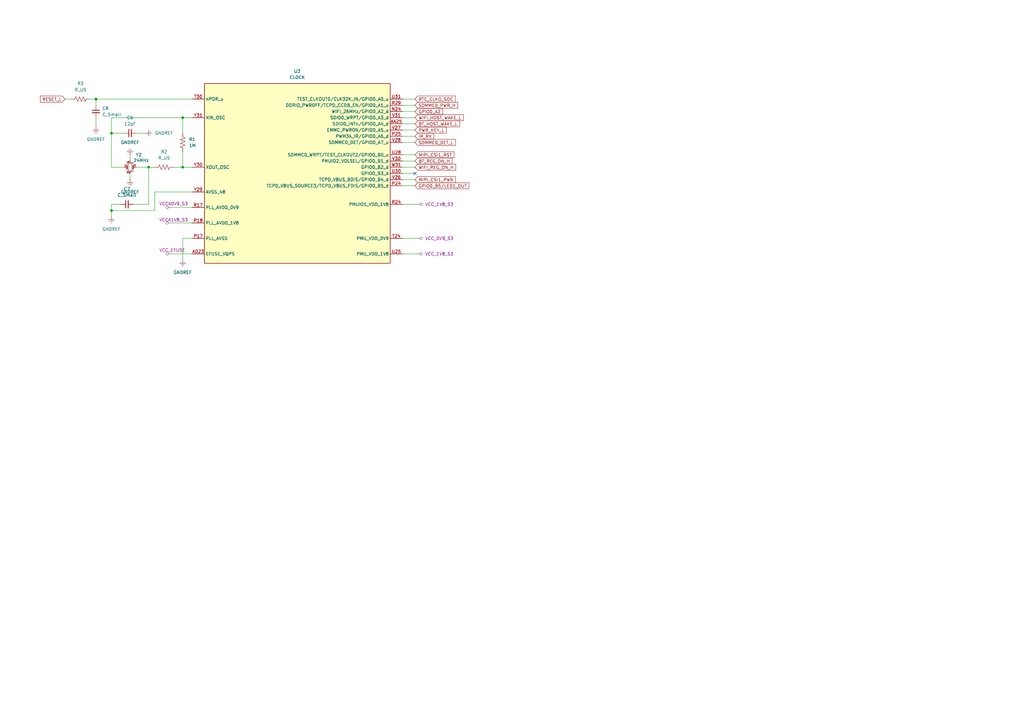
<source format=kicad_sch>
(kicad_sch (version 20231120) (generator "eeschema") (generator_version "8.0")
  (paper "A3")
  (lib_symbols
    (symbol "Device:C_Small" (pin_numbers hide) (pin_names (offset 0.254) hide)
      (property "Reference" "C" (at 0.254 1.778 0))
      (property "Value" "C_Small" (at 0.254 -2.032 0))
      (symbol "C_Small_0_1"
        (polyline (pts (xy -1.524 -0.508) (xy 1.524 -0.508)) (stroke (width 0.3302)))
        (polyline (pts (xy -1.524 0.508) (xy 1.524 0.508)) (stroke (width 0.3048)))
      )
      (symbol "C_Small_1_1"
        (pin passive line (at 0 2.54 270) (length 2.032) (name "~") (number "1"))
        (pin passive line (at 0 -2.54 90) (length 2.032) (name "~") (number "2"))
      )
    )
    (symbol "Device:Crystal_GND24_Small" (pin_names (offset 1.016) hide)
      (property "Reference" "Y" (at 1.27 4.445 0))
      (property "Value" "Crystal_GND24_Small" (at 1.27 2.54 0))
      (symbol "Crystal_GND24_Small_0_1"
        (rectangle (start -0.762 -1.524) (end 0.762 1.524))
        (polyline (pts (xy -1.27 -0.762) (xy -1.27 0.762)) (stroke (width 0.381)))
        (polyline (pts (xy 1.27 -0.762) (xy 1.27 0.762)) (stroke (width 0.381)))
        (polyline (pts (xy -1.27 -1.27) (xy -1.27 -1.905) (xy 1.27 -1.905) (xy 1.27 -1.27)))
        (polyline (pts (xy -1.27 1.27) (xy -1.27 1.905) (xy 1.27 1.905) (xy 1.27 1.27)))
      )
      (symbol "Crystal_GND24_Small_1_1"
        (pin passive line (at -2.54 0 0) (length 1.27) (name "1") (number "1"))
        (pin passive line (at 0 -2.54 90) (length 0.635) (name "2") (number "2"))
        (pin passive line (at 2.54 0 180) (length 1.27) (name "3") (number "3"))
        (pin passive line (at 0 2.54 270) (length 0.635) (name "4") (number "4"))
      )
    )
    (symbol "Device:R_US" (pin_numbers hide) (pin_names (offset 0))
      (property "Reference" "R" (at 2.54 0 90))
      (property "Value" "R_US" (at -2.54 0 90))
      (symbol "R_US_0_1"
        (polyline (pts (xy 0 -2.286) (xy 0 -2.54)))
        (polyline (pts (xy 0 2.286) (xy 0 2.54)))
        (polyline (pts (xy 0 -0.762) (xy 1.016 -1.143) (xy 0 -1.524) (xy -1.016 -1.905) (xy 0 -2.286)))
        (polyline (pts (xy 0 0.762) (xy 1.016 0.381) (xy 0 0) (xy -1.016 -0.381) (xy 0 -0.762)))
        (polyline (pts (xy 0 2.286) (xy 1.016 1.905) (xy 0 1.524) (xy -1.016 1.143) (xy 0 0.762)))
      )
      (symbol "R_US_1_1"
        (pin passive line (at 0 3.81 270) (length 1.27) (name "~") (number "1"))
        (pin passive line (at 0 -3.81 90) (length 1.27) (name "~") (number "2"))
      )
    )
    (symbol "power:GNDREF" (power) (pin_numbers hide) (pin_names (offset 0) hide)
      (property "Value" "GNDREF" (at 0 -3.81 0))
      (symbol "GNDREF_0_1"
        (polyline (pts (xy -0.635 -1.905) (xy 0.635 -1.905)))
        (polyline (pts (xy -0.127 -2.54) (xy 0.127 -2.54)))
        (polyline (pts (xy 0 -1.27) (xy 0 0)))
        (polyline (pts (xy 1.27 -1.27) (xy -1.27 -1.27)))
      )
      (symbol "GNDREF_1_1"
        (pin power_in line (at 0 0 270) (length 0) (name "~") (number "1"))
      )
    )
    (symbol "rock:RK3399_clock"
      (property "Reference" "U" (at -37.592 38.608 0))
      (property "Value" "CLOCK" (at -3.048 34.544 0))
      (symbol "RK3399_clock_0_1"
        (rectangle (start -38.1 36.83) (end 38.1 -36.83) (stroke (width 0.254)) (fill (type background)))
      )
      (symbol "RK3399_clock_1_1"
        (pin input line (at 43.18 20.32 180) (length 5.08) (name "SDIO0_INTn/GPIO0_A4_d") (number "AA25"))
        (pin input line (at -43.18 -33.02 0) (length 5.08) (name "EFUSE_VQPS") (number "AD23"))
        (pin output line (at 43.18 25.4 180) (length 5.08) (name "WIFI_26MHz/GPIO0_A2_d") (number "N24"))
        (pin passive line (at -43.18 -26.67 0) (length 5.08) (name "PLL_AVSS") (number "P17"))
        (pin input line (at -43.18 -20.32 0) (length 5.08) (name "PLL_AVDD_1V8") (number "P18"))
        (pin bidirectional line (at 43.18 -5.08 180) (length 5.08) (name "TCPD_VBUS_SOURCE3/TCPD_VBUS_FDIS/GPIO0_B5_d") (number "P24"))
        (pin output line (at 43.18 15.24 180) (length 5.08) (name "PWM3A_IR/GPIO0_A6_d") (number "P25"))
        (pin input line (at -43.18 -13.97 0) (length 5.08) (name "PLL_AVDD_0V9") (number "R17"))
        (pin input line (at 43.18 -12.7 180) (length 5.08) (name "PMUIO1_VDD_1V8") (number "R24"))
        (pin bidirectional line (at 43.18 27.94 180) (length 5.08) (name "DDRIO_PWROFF/TCPD_CCDB_EN/GPIO0_A1_u") (number "R29"))
        (pin input line (at 43.18 -26.67 180) (length 5.08) (name "PMU_VDD_0V9") (number "T24"))
        (pin input line (at -43.18 30.48 0) (length 5.08) (name "nPOR_u") (number "T30"))
        (pin input line (at 43.18 -33.02 180) (length 5.08) (name "PMU_VDD_1V8") (number "U25"))
        (pin bidirectional line (at 43.18 7.62 180) (length 5.08) (name "SDMMC0_WRPT/TEST_CLKOUT2/GPIO0_B0_u") (number "U28"))
        (pin bidirectional line (at 43.18 0 180) (length 5.08) (name "GPIO0_B3_d") (number "U30"))
        (pin output line (at 43.18 30.48 180) (length 5.08) (name "TEST_CLKOUT0/CLK32K_IN/GPIO0_A0_u") (number "U31"))
        (pin bidirectional line (at 43.18 -2.54 180) (length 5.08) (name "TCPD_VBUS_BDIS/GPIO0_B4_d") (number "V26"))
        (pin bidirectional line (at 43.18 17.78 180) (length 5.08) (name "EMMC_PWRON/GPIO0_A5_u") (number "V27"))
        (pin input line (at 43.18 12.7 180) (length 5.08) (name "SDMMC0_DET/GPIO0_A7_u") (number "V28"))
        (pin bidirectional line (at 43.18 5.08 180) (length 5.08) (name "PMUIO2_VOLSEL/GPIO0_B1_d") (number "V30"))
        (pin input line (at 43.18 22.86 180) (length 5.08) (name "SDIO0_WRPT/GPIO0_A3_d") (number "V31"))
        (pin bidirectional line (at 43.18 2.54 180) (length 5.08) (name "GPIO0_B2_d") (number "W31"))
        (pin passive line (at -43.18 -7.62 0) (length 5.08) (name "AVSS_48") (number "Y29"))
        (pin output line (at -43.18 2.54 0) (length 5.08) (name "XOUT_OSC") (number "Y30"))
        (pin input line (at -43.18 22.86 0) (length 5.08) (name "XIN_OSC") (number "Y31"))
      )
    )
  )
  (junction (at 45.72 54.61))
  (junction (at 45.72 86.36))
  (junction (at 39.37 40.64))
  (junction (at 60.96 68.58))
  (junction (at 74.93 68.58))
  (junction (at 74.93 48.26))
  (no_connect (at 170.18 71.12))
  (wire (pts (xy 49.53 83.82) (xy 45.72 83.82)))
  (wire (pts (xy 39.37 40.64) (xy 78.74 40.64)))
  (wire (pts (xy 45.72 54.61) (xy 45.72 48.26)))
  (wire (pts (xy 74.93 97.79) (xy 74.93 106.68)))
  (wire (pts (xy 63.5 86.36) (xy 45.72 86.36)))
  (wire (pts (xy 165.1 83.82) (xy 170.18 83.82)))
  (wire (pts (xy 165.1 40.64) (xy 170.18 40.64)))
  (wire (pts (xy 26.67 40.64) (xy 29.21 40.64)))
  (wire (pts (xy 165.1 48.26) (xy 170.18 48.26)))
  (wire (pts (xy 53.34 63.5) (xy 53.34 66.04)))
  (wire (pts (xy 165.1 68.58) (xy 170.18 68.58)))
  (wire (pts (xy 54.61 83.82) (xy 60.96 83.82)))
  (wire (pts (xy 74.93 54.61) (xy 74.93 48.26)))
  (wire (pts (xy 63.5 78.74) (xy 63.5 86.36)))
  (wire (pts (xy 165.1 58.42) (xy 170.18 58.42)))
  (wire (pts (xy 39.37 40.64) (xy 39.37 43.18)))
  (wire (pts (xy 165.1 104.14) (xy 170.18 104.14)))
  (wire (pts (xy 74.93 97.79) (xy 78.74 97.79)))
  (wire (pts (xy 165.1 50.8) (xy 170.18 50.8)))
  (wire (pts (xy 55.88 68.58) (xy 60.96 68.58)))
  (wire (pts (xy 165.1 73.66) (xy 170.18 73.66)))
  (wire (pts (xy 71.12 91.44) (xy 78.74 91.44)))
  (wire (pts (xy 45.72 68.58) (xy 45.72 54.61)))
  (wire (pts (xy 165.1 63.5) (xy 170.18 63.5)))
  (wire (pts (xy 165.1 53.34) (xy 170.18 53.34)))
  (wire (pts (xy 165.1 66.04) (xy 170.18 66.04)))
  (wire (pts (xy 71.12 68.58) (xy 74.93 68.58)))
  (wire (pts (xy 74.93 68.58) (xy 78.74 68.58)))
  (wire (pts (xy 45.72 54.61) (xy 50.8 54.61)))
  (wire (pts (xy 165.1 76.2) (xy 170.18 76.2)))
  (wire (pts (xy 45.72 48.26) (xy 74.93 48.26)))
  (wire (pts (xy 45.72 83.82) (xy 45.72 86.36)))
  (wire (pts (xy 45.72 86.36) (xy 45.72 88.9)))
  (wire (pts (xy 74.93 48.26) (xy 78.74 48.26)))
  (wire (pts (xy 165.1 55.88) (xy 170.18 55.88)))
  (wire (pts (xy 60.96 68.58) (xy 63.5 68.58)))
  (wire (pts (xy 71.12 85.09) (xy 78.74 85.09)))
  (wire (pts (xy 165.1 43.18) (xy 170.18 43.18)))
  (wire (pts (xy 55.88 54.61) (xy 59.69 54.61)))
  (wire (pts (xy 36.83 40.64) (xy 39.37 40.64)))
  (wire (pts (xy 60.96 68.58) (xy 60.96 83.82)))
  (wire (pts (xy 45.72 68.58) (xy 50.8 68.58)))
  (wire (pts (xy 53.34 71.12) (xy 53.34 73.66)))
  (wire (pts (xy 165.1 45.72) (xy 170.18 45.72)))
  (wire (pts (xy 78.74 78.74) (xy 63.5 78.74)))
  (wire (pts (xy 39.37 48.26) (xy 39.37 52.07)))
  (wire (pts (xy 165.1 97.79) (xy 170.18 97.79)))
  (wire (pts (xy 74.93 62.23) (xy 74.93 68.58)))
  (wire (pts (xy 71.12 104.14) (xy 78.74 104.14)))
  (wire (pts (xy 165.1 71.12) (xy 170.18 71.12)))
  (global_label "WIFI_REG_ON_H" (shape input) (at 170.18 68.58 0) (property "Intersheetrefs" "${INTERSHEET_REFS}" (effects (hide yes))))
  (global_label "BT_REG_ON_H" (shape input) (at 170.18 66.04 0) (property "Intersheetrefs" "${INTERSHEET_REFS}" (effects (hide yes))))
  (global_label "MIPI_CSI1_RST" (shape input) (at 170.18 63.5 0) (property "Intersheetrefs" "${INTERSHEET_REFS}" (effects (hide yes))))
  (global_label "MIPI_CSI1_PWN" (shape input) (at 170.18 73.66 0) (property "Intersheetrefs" "${INTERSHEET_REFS}" (effects (hide yes))))
  (global_label "PWR_KEY_L" (shape input) (at 170.18 53.34 0) (property "Intersheetrefs" "${INTERSHEET_REFS}" (effects (hide yes))))
  (global_label "GPIO0_B5{slash}LED1_OUT" (shape input) (at 170.18 76.2 0) (property "Intersheetrefs" "${INTERSHEET_REFS}" (effects (hide yes))))
  (global_label "GPIO0_A2" (shape input) (at 170.18 45.72 0) (property "Intersheetrefs" "${INTERSHEET_REFS}" (effects (hide yes))))
  (global_label "WIFI_HOST_WAKE_L" (shape input) (at 170.18 48.26 0) (property "Intersheetrefs" "${INTERSHEET_REFS}" (effects (hide yes))))
  (global_label "RTC_CLKO_SOC" (shape input) (at 170.18 40.64 0) (property "Intersheetrefs" "${INTERSHEET_REFS}" (effects (hide yes))))
  (global_label "SDMMC0_PWR_H" (shape input) (at 170.18 43.18 0) (property "Intersheetrefs" "${INTERSHEET_REFS}" (effects (hide yes))))
  (global_label "IR_RX" (shape input) (at 170.18 55.88 0) (property "Intersheetrefs" "${INTERSHEET_REFS}" (effects (hide yes))))
  (global_label "RESET_L" (shape input) (at 26.67 40.64 180) (property "Intersheetrefs" "${INTERSHEET_REFS}" (effects (hide yes))))
  (global_label "BT_HOST_WAKE_L" (shape input) (at 170.18 50.8 0) (property "Intersheetrefs" "${INTERSHEET_REFS}" (effects (hide yes))))
  (global_label "SDMMC0_DET_L" (shape input) (at 170.18 58.42 0) (property "Intersheetrefs" "${INTERSHEET_REFS}" (effects (hide yes))))
  (netclass_flag "" (length 2.54) (shape round) (at 71.12 91.44 90) (property "Netclass" "VCCA1V8_S3" (at 65.278 90.17 0) (effects (justify left))))
  (netclass_flag "" (length 2.54) (shape round) (at 170.18 104.14 270) (property "Netclass" "VCC_1V8_S3" (at 174.244 104.14 0) (effects (font (italic yes)) (justify left))))
  (netclass_flag "" (length 2.54) (shape round) (at 71.12 85.09 90) (property "Netclass" "VCCA0V9_S3" (at 65.278 83.566 0) (effects (justify left))))
  (netclass_flag "" (length 2.54) (shape round) (at 170.18 97.79 270) (property "Netclass" "VCC_0V9_S3" (at 174.244 97.79 0) (effects (font (italic yes)) (justify left))))
  (netclass_flag "" (length 2.54) (shape round) (at 170.18 83.82 270) (property "Netclass" "VCC_1V8_S3" (at 174.244 83.82 0) (effects (font (italic yes)) (justify left))))
  (netclass_flag "" (length 2.54) (shape round) (at 71.12 104.14 90) (property "Netclass" "VCC_EFUSE" (at 65.278 102.616 0) (effects (justify left))))
  (symbol (lib_id "Device:Crystal_GND24_Small") (at 53.34 68.58 0) (unit 1)
    (property "Reference" "Y2" (at 56.896 63.5 0))
    (property "Value" "24MHz" (at 57.912 65.786 0))
    (property "Description" "Four pin crystal, GND on pins 2 and 4, small symbol" (effects (hide yes)))
  )
  (symbol (lib_id "Device:R_US") (at 33.02 40.64 90) (unit 1)
    (property "Reference" "R3" (at 33.02 34.29 90))
    (property "Value" "R_US" (at 33.02 36.83 90))
    (property "Description" "Resistor, US symbol" (effects (hide yes)))
  )
  (symbol (lib_id "power:GNDREF") (at 53.34 63.5 180) (unit 1)
    (property "Reference" "#PWR012" (effects (hide yes)))
    (property "Value" "GNDREF" (at 53.34 58.42 0))
    (property "Description" "Power symbol creates a global label with name \"GNDREF\" , reference supply ground" (effects (hide yes)))
  )
  (symbol (lib_id "Device:C_Small") (at 39.37 45.72 0) (unit 1)
    (property "Reference" "C8" (at 41.91 44.4562 0) (effects (justify left)))
    (property "Value" "C_Small" (at 41.91 46.9962 0) (effects (justify left)))
    (property "Description" "Unpolarized capacitor, small symbol" (effects (hide yes)))
  )
  (symbol (lib_id "power:GNDREF") (at 53.34 73.66 0) (unit 1)
    (property "Reference" "#PWR011" (effects (hide yes)))
    (property "Value" "GNDREF" (at 53.34 78.74 0))
    (property "Description" "Power symbol creates a global label with name \"GNDREF\" , reference supply ground" (effects (hide yes)))
  )
  (symbol (lib_id "rock:RK3399_clock") (at 121.92 71.12 0) (unit 1)
    (property "Reference" "U3" (at 121.92 29.21 0))
    (property "Value" "CLOCK" (at 121.92 31.75 0))
    (property "Footprint" "Package_FBGA828" (effects (hide yes)))
    (property "Datasheet" "https://www.rockchip.fr/RK3399%20datasheet%20V1.8.pdf" (effects (hide yes)))
    (property "Description" "RK3399" (effects (hide yes)))
  )
  (symbol (lib_id "Device:R_US") (at 67.31 68.58 90) (unit 1)
    (property "Reference" "R2" (at 67.31 62.23 90))
    (property "Value" "R_US" (at 67.31 64.77 90))
    (property "Description" "Resistor, US symbol" (effects (hide yes)))
  )
  (symbol (lib_id "Device:C_Small") (at 53.34 54.61 90) (unit 1)
    (property "Reference" "C6" (at 53.3463 48.26 90))
    (property "Value" "12pF" (at 53.3463 50.8 90))
    (property "Description" "Unpolarized capacitor, small symbol" (effects (hide yes)))
  )
  (symbol (lib_id "Device:C_Small") (at 52.07 83.82 90) (unit 1)
    (property "Reference" "C7" (at 52.0763 77.47 90))
    (property "Value" "C_Small" (at 52.0763 80.01 90))
    (property "Description" "Unpolarized capacitor, small symbol" (effects (hide yes)))
  )
  (symbol (lib_id "power:GNDREF") (at 39.37 52.07 0) (unit 1)
    (property "Reference" "#PWR015" (effects (hide yes)))
    (property "Value" "GNDREF" (at 39.37 57.15 0))
    (property "Description" "Power symbol creates a global label with name \"GNDREF\" , reference supply ground" (effects (hide yes)))
  )
  (symbol (lib_id "power:GNDREF") (at 45.72 88.9 0) (unit 1)
    (property "Reference" "#PWR013" (effects (hide yes)))
    (property "Value" "GNDREF" (at 45.72 93.98 0))
    (property "Description" "Power symbol creates a global label with name \"GNDREF\" , reference supply ground" (effects (hide yes)))
  )
  (symbol (lib_id "power:GNDREF") (at 59.69 54.61 90) (unit 1)
    (property "Reference" "#PWR010" (effects (hide yes)))
    (property "Value" "GNDREF" (at 63.5 54.6099 90) (effects (justify right)))
    (property "Description" "Power symbol creates a global label with name \"GNDREF\" , reference supply ground" (effects (hide yes)))
  )
  (symbol (lib_id "Device:R_US") (at 74.93 58.42 0) (unit 1)
    (property "Reference" "R1" (at 77.47 57.1499 0) (effects (justify left)))
    (property "Value" "1M" (at 77.47 59.6899 0) (effects (justify left)))
    (property "Description" "Resistor, US symbol" (effects (hide yes)))
  )
  (symbol (lib_id "power:GNDREF") (at 74.93 106.68 0) (unit 1)
    (property "Reference" "#PWR014" (effects (hide yes)))
    (property "Value" "GNDREF" (at 74.93 111.76 0))
    (property "Description" "Power symbol creates a global label with name \"GNDREF\" , reference supply ground" (effects (hide yes)))
  )
)
</source>
